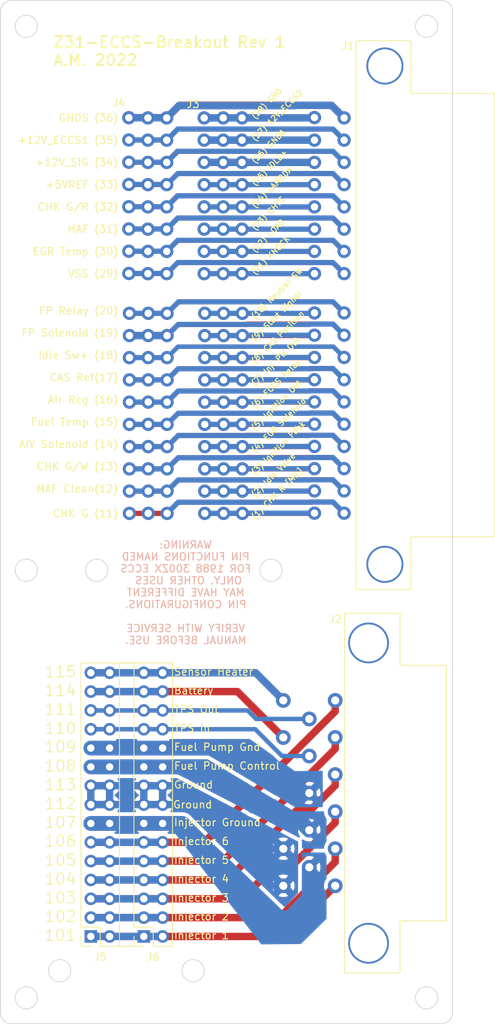
<source format=kicad_pcb>
(kicad_pcb (version 20221018) (generator pcbnew)
  (layers (0 "F.Cu" signal) (31 "B.Cu" signal) (34 "B.Paste" user) (35 "F.Paste" user) (36 "B.SilkS" user "B.Silkscreen") (37 "F.SilkS" user "F.Silkscreen") (38 "B.Mask" user) (39 "F.Mask" user) (44 "Edge.Cuts" user))
  (net 0 "")
  (net 1 "/Check_Connector_Red_(MIL)")
  (net 2 "/Idle_Control_Valve")
  (net 3 "/Ignition_Feedback")
  (net 4 "/EGR_Control_Solenoid")
  (net 5 "/ECCS_Relay")
  (net 6 "/Fuel_Injector_Pulse_Width")
  (net 7 "/CAS_Position")
  (net 8 "/+12V_Start_Signal")
  (net 9 "/Neutral{slash}Inhibitor_Switch")
  (net 10 "/Check_Connector_Green")
  (net 11 "/MAF_Burn-off")
  (net 12 "/Check_Connector_G{slash}W (Potentio?)")
  (net 13 "/AIV_Control_Solenoid")
  (net 14 "/Fuel_Temperature_Sensor")
  (net 15 "/Air_Regulator")
  (net 16 "/CAS_Reference")
  (net 17 "/Fuel_Pressure_Control_Solenoid")
  (net 18 "/Fuel_Pump_Relay")
  (net 19 "/Knock_sensor")
  (net 20 "/Load_Signal")
  (net 21 "/CH_Temperature")
  (net 22 "/O2_Sensor_Signal")
  (net 23 "/+12V_Ignition")
  (net 24 "/VSS")
  (net 25 "/EGR_Temperature")
  (net 26 "/MAF_Signal")
  (net 27 "/Check_Connector_G{slash}R")
  (net 28 "/TPS_5V_Ref")
  (net 29 "/Injector_1")
  (net 30 "/Injector_2")
  (net 31 "/Injector_3")
  (net 32 "/Injector_4")
  (net 33 "/Injector_5")
  (net 34 "/Injector_6")
  (net 35 "/Fuel_Pump")
  (net 36 "/TPS_Signal")
  (net 37 "/TPS_Out")
  (net 38 "/O2_Sensor_Heater")
  (net 39 "/Injector_GND")
  (net 40 "/Fuel_Pump_GND")
  (net 41 "/+12V_ECCS")
  (net 42 "/+12V_ECCS_Signal")
  (net 43 "/Ignition_Control")
  (net 44 "/+12V_Battery")
  (net 45 "GND")
  (net 46 "GNDA")
  (net 47 "GNDS")
  (net 48 "/Idle_Switch_Negative")
  (net 49 "/Idle_Switch_Positive")
  (net 50 "GND1")
  (footprint "Personal:Z31_ECU_Breakout_1" (layer "F.Cu") (at 125.1 71.85)
    (fp_text reference "J4")
    (fp_text value "Conn_01x16")
  )
  (footprint "Connector_PinSocket_2.54mm:PinSocket_2x15_P2.54mm_Vertical" (layer "F.Cu") (at 111.85 161.23 180)
    (fp_text reference "J6")
    (fp_text value "Conn_02x15_Odd_Even")
  )
  (footprint "Personal:Z31_ECU_Breakout_2" (layer "F.Cu") (at 125.15 104.176461)
    (fp_text reference "J3")
    (fp_text value "Conn_01x20")
  )
  (footprint "Personal:TE-172023_Reverse_Number" (layer "F.Cu") (at 138.87 77.45 90)
    (fp_text reference "J1")
    (fp_text value "Conn_01x36")
  )
  (footprint "Connector_PinSocket_2.54mm:PinSocket_2x15_P2.54mm_Vertical" (layer "F.Cu") (at 104.7 161.23 180)
    (fp_text reference "J5")
    (fp_text value "Conn_02x15_Odd_Even")
  )
  (footprint "Personal:Z31_15p_ECU" (layer "F.Cu") (at 137.67 141.9 90)
    (fp_text reference "J2")
    (fp_text value "Conn_01x15")
  )
  (gr_line (start 108.57 162.56) (end 110.52 162.56) (stroke (width 0.15)) (layer "F.SilkS"))
  (gr_line (start 108.57 124.34) (end 110.52 124.34) (stroke (width 0.15)) (layer "F.SilkS"))
  (gr_circle (center 96 111.85) (end 97.5 111.85) (stroke (width 0.1)) (fill none) (layer "Edge.Cuts"))
  (gr_arc (start 153.5 171.5) (mid 153.06066 172.56066) (end 152 173) (stroke (width 0.1)) (layer "Edge.Cuts"))
  (gr_line (start 152 173) (end 94 173) (stroke (width 0.1)) (layer "Edge.Cuts"))
  (gr_circle (center 96 38.5) (end 96 40) (stroke (width 0.1)) (fill none) (layer "Edge.Cuts"))
  (gr_line (start 153.5 36.5) (end 153.5 171.5) (stroke (width 0.1)) (layer "Edge.Cuts"))
  (gr_line (start 92.5 171.5) (end 92.5 36.5) (stroke (width 0.1)) (layer "Edge.Cuts"))
  (gr_circle (center 100.5 165.85) (end 100.5 167.35) (stroke (width 0.1)) (fill none) (layer "Edge.Cuts"))
  (gr_circle (center 129 111.85) (end 129 113.35) (stroke (width 0.1)) (fill none) (layer "Edge.Cuts"))
  (gr_circle (center 150 169.5) (end 148.5 169.5) (stroke (width 0.1)) (fill none) (layer "Edge.Cuts"))
  (gr_circle (center 150 38.5) (end 150 40) (stroke (width 0.1)) (fill none) (layer "Edge.Cuts"))
  (gr_arc (start 94 173) (mid 92.93934 172.56066) (end 92.5 171.5) (stroke (width 0.1)) (layer "Edge.Cuts"))
  (gr_circle (center 105.5 111.85) (end 105.5 113.35) (stroke (width 0.1)) (fill none) (layer "Edge.Cuts"))
  (gr_circle (center 118.5 165.85) (end 118.5 167.35) (stroke (width 0.1)) (fill none) (layer "Edge.Cuts"))
  (gr_line (start 94 35) (end 152 35) (stroke (width 0.1)) (layer "Edge.Cuts"))
  (gr_circle (center 96 169.5) (end 97.5 169.5) (stroke (width 0.1)) (fill none) (layer "Edge.Cuts"))
  (gr_arc (start 92.5 36.5) (mid 92.93934 35.43934) (end 94 35) (stroke (width 0.1)) (layer "Edge.Cuts"))
  (gr_arc (start 152 35) (mid 153.06066 35.43934) (end 153.5 36.5) (stroke (width 0.1)) (layer "Edge.Cuts"))
  (gr_text "WARNING:\nPIN FUNCTIONS NAMED\nFOR 1988 300ZX ECCS\nONLY. OTHER USES \nMAY HAVE DIFFERENT\nPIN CONFIGURATIONS.\n\nVERIFY WITH SERVICE\nMANUAL BEFORE USE.\n" (at 117.5 114.85) (layer "B.SilkS") (effects (font (size 1 1)) (justify mirror)))
  (gr_text "102" (at 100.6 158.55) (layer "F.SilkS") (effects (font (size 1.5 1.5))))
  (gr_text "MAF (31)\n" (at 108.5 65.85) (layer "F.SilkS") (effects (font (size 1 1)) (justify right)))
  (gr_text "(21) KNOCK" (at 126.5 71.85 45) (layer "F.SilkS") (effects (font (size 0.75 0.75)) (justify left)))
  (gr_text "104" (at 100.6 153.47) (layer "F.SilkS") (effects (font (size 1.5 1.5))))
  (gr_text "(7) Inj. PW Out" (at 126.49901 86.839237 45) (layer "F.SilkS") (effects (font (size 0.75 0.75)) (justify left)))
  (gr_text "Fuel Pump Gnd" (at 115.84 135.69) (layer "F.SilkS") (effects (font (size 1 1)) (justify left)))
  (gr_text "FP Relay (20)\n" (at 108.5 76.85) (layer "F.SilkS") (effects (font (size 1 1)) (justify right)))
  (gr_text "109" (at 100.599999 135.652316) (layer "F.SilkS") (effects (font (size 1.5 1.5))))
  (gr_text "TPS Out" (at 115.84 130.61) (layer "F.SilkS") (effects (font (size 1 1)) (justify left)))
  (gr_text "(8) CAS Position" (at 126.5 83.85 45) (layer "F.SilkS") (effects (font (size 0.75 0.75)) (justify left)))
  (gr_text "(25) IDLE+" (at 126.5 59.85 45) (layer "F.SilkS") (effects (font (size 0.75 0.75)) (justify left)))
  (gr_text "112" (at 100.6 143.31) (layer "F.SilkS") (effects (font (size 1.5 1.5))))
  (gr_text "114" (at 100.6 128.07) (layer "F.SilkS") (effects (font (size 1.5 1.5))))
  (gr_text "Injector 4" (at 115.84 153.47) (layer "F.SilkS") (effects (font (size 1 1)) (justify left)))
  (gr_text "Battery" (at 115.84 128.07) (layer "F.SilkS") (effects (font (size 1 1)) (justify left)))
  (gr_text "(26) GNDA" (at 126.5 56.85 45) (layer "F.SilkS") (effects (font (size 0.75 0.75)) (justify left)))
  (gr_text "CHK G/W (13)\n" (at 108.5 97.85) (layer "F.SilkS") (effects (font (size 1 1)) (justify right)))
  (gr_text "CAS Ref(17)\n" (at 108.5 85.85) (layer "F.SilkS") (effects (font (size 1 1)) (justify right)))
  (gr_text "(23) CHTS" (at 126.5 65.85 45) (layer "F.SilkS") (effects (font (size 0.75 0.75)) (justify left)))
  (gr_text "(10) Neutral SW" (at 126.5 77.85 45) (layer "F.SilkS") (effects (font (size 0.75 0.75)) (justify left)))
  (gr_text "Air Reg (16)\n" (at 108.5 88.85) (layer "F.SilkS") (effects (font (size 1 1)) (justify right)))
  (gr_text "113" (at 100.6 140.77) (layer "F.SilkS") (effects (font (size 1.5 1.5))))
  (gr_text "VSS (29)\n" (at 108.5 71.85) (layer "F.SilkS") (effects (font (size 1 1)) (justify right)))
  (gr_text "TPS In" (at 115.84 133.15) (layer "F.SilkS") (effects (font (size 1 1)) (justify left)))
  (gr_text "+12V_SIG (34)\n" (at 108.5 56.85) (layer "F.SilkS") (effects (font (size 1 1)) (justify right)))
  (gr_text "Fuel Pump Control" (at 115.84 138.23) (layer "F.SilkS") (effects (font (size 1 1)) (justify left)))
  (gr_text "Ground" (at 115.84 140.77) (layer "F.SilkS") (effects (font (size 1 1)) (justify left)))
  (gr_text "107" (at 100.6 145.85) (layer "F.SilkS") (effects (font (size 1.5 1.5))))
  (gr_text "CHK G/R (32)\n" (at 108.5 62.85) (layer "F.SilkS") (effects (font (size 1 1)) (justify right)))
  (gr_text "FP Solenoid (19)\n" (at 108.491891 79.82857) (layer "F.SilkS") (effects (font (size 1 1)) (justify right)))
  (gr_text "(5) Ignition Out" (at 126.5 92.85 45) (layer "F.SilkS") (effects (font (size 0.75 0.75)) (justify left)))
  (gr_text "111" (at 100.6 130.61) (layer "F.SilkS") (effects (font (size 1.5 1.5))))
  (gr_text "(9) Start Signal" (at 126.49901 80.839237 45) (layer "F.SilkS") (effects (font (size 0.75 0.75)) (justify left)))
  (gr_text "(22) LOAD" (at 126.5 68.85 45) (layer "F.SilkS") (effects (font (size 0.75 0.75)) (justify left)))
  (gr_text "GNDS (36)\n" (at 108.5 50.85) (layer "F.SilkS") (effects (font (size 1 1)) (justify right)))
  (gr_text "Injector 3" (at 115.84 156.01) (layer "F.SilkS") (effects (font (size 1 1)) (justify left)))
  (gr_text "(1) CHK R [MIL]" (at 126.5 104.85 45) (layer "F.SilkS") (effects (font (size 0.75 0.75)) (justify left)))
  (gr_text "Ground" (at 115.72 143.45) (layer "F.SilkS") (effects (font (size 1 1)) (justify left)))
  (gr_text "(2) Idle Valve" (at 126.5 101.85 45) (layer "F.SilkS") (effects (font (size 0.75 0.75)) (justify left)))
  (gr_text "MAF Clean(12)\n" (at 108.5 100.85) (layer "F.SilkS") (effects (font (size 1 1)) (justify right)))
  (gr_text "Idle Sw+ (18)\n" (at 108.491891 82.842788) (layer "F.SilkS") (effects (font (size 1 1)) (justify right)))
  (gr_text "105" (at 100.6 150.93) (layer "F.SilkS") (effects (font (size 1.5 1.5))))
  (gr_text "110" (at 100.6 133.15) (layer "F.SilkS") (effects (font (size 1.5 1.5))))
  (gr_text "103" (at 100.6 156.01) (layer "F.SilkS") (effects (font (size 1.5 1.5))))
  (gr_text "Fuel Temp (15)\n" (at 108.5 91.85) (layer "F.SilkS") (effects (font (size 1 1)) (justify right)))
  (gr_text "Sensor Heater" (at 115.84 125.53) (layer "F.SilkS") (effects (font (size 1 1)) (justify left)))
  (gr_text "106" (at 100.6 148.39) (layer "F.SilkS") (effects (font (size 1.5 1.5))))
  (gr_text "(3) Ignition Fdbk" (at 126.5 98.85 45) (layer "F.SilkS") (effects (font (size 0.75 0.75)) (justify left)))
  (gr_text "AIV Solenoid (14)\n" (at 108.5 94.85) (layer "F.SilkS") (effects (font (size 1 1)) (justify right)))
  (gr_text "Injector 5" (at 115.84 150.93) (layer "F.SilkS") (effects (font (size 1 1)) (justify left)))
  (gr_text "(4) EGR Solenoid" (at 126.5 95.85 45) (layer "F.SilkS") (effects (font (size 0.75 0.75)) (justify left)))
  (gr_text "+5VREF (33)\n" (at 108.5 59.85) (layer "F.SilkS") (effects (font (size 1 1)) (justify right)))
  (gr_text "115\n" (at 100.6 125.53) (layer "F.SilkS") (effects (font (size 1.5 1.5))))
  (gr_text "Injector 6" (at 115.84 148.39) (layer "F.SilkS") (effects (font (size 1 1)) (justify left)))
  (gr_text "(6) ECCS Relay" (at 126.5 89.85 45) (layer "F.SilkS") (effects (font (size 0.75 0.75)) (justify left)))
  (gr_text "EGR Temp (30)\n" (at 108.5 68.85) (layer "F.SilkS") (effects (font (size 1 1)) (justify right)))
  (gr_text "CHK G (11)\n" (at 108.5 104.2) (layer "F.SilkS") (effects (font (size 1 1)) (justify right)))
  (gr_text "(28) GND" (at 126.5 50.85 45) (layer "F.SilkS") (effects (font (size 0.75 0.75)) (justify left)))
  (gr_text "108" (at 100.6 138.23) (layer "F.SilkS") (effects (font (size 1.5 1.5))))
  (gr_text "(24) LAMBDA" (at 126.5 62.85 45) (layer "F.SilkS") (effects (font (size 0.75 0.75)) (justify left)))
  (gr_text "Injector Ground" (at 115.84 145.85) (layer "F.SilkS") (effects (font (size 1 1)) (justify left)))
  (gr_text "(27) 12V_ECCS2" (at 126.49901 53.839237 45) (layer "F.SilkS") (effects (font (size 0.75 0.75)) (justify left)))
  (gr_text "101\n" (at 100.557402 161.082895) (layer "F.SilkS") (effects (font (size 1.5 1.5))))
  (gr_text "Injector 2" (at 115.84 158.55) (layer "F.SilkS") (effects (font (size 1 1)) (justify left)))
  (gr_text "Injector 1" (at 115.84 161.09) (layer "F.SilkS") (effects (font (size 1 1)) (justify left)))
  (gr_text "Z31-ECCS-Breakout Rev 1\nA.M. 2022" (at 99.5 41.85) (layer "F.SilkS") (effects (font (size 1.5 1.5) (thickness 0.25)) (justify left)))
  (gr_text "+12V_ECCS1 (35)\n" (at 108.5 53.85) (layer "F.SilkS") (effects (font (size 1 1)) (justify right)))
  (segment (start 120.07 104.176461) (end 125.15 104.176461) (width 0.7) (layer "F.Cu") (net 1))
  (segment (start 125.15 104.176461) (end 134.843539 104.176461) (width 0.7) (layer "F.Cu") (net 1))
  (segment (start 134.843539 104.176461) (end 134.87 104.15) (width 0.35) (layer "F.Cu") (net 1))
  (segment (start 134.87 104.15) (end 125.176461 104.15) (width 0.7) (layer "B.Cu") (net 1))
  (segment (start 120.07 104.176461) (end 125.15 104.176461) (width 0.7) (layer "B.Cu") (net 1))
  (segment (start 125.176461 104.15) (end 125.15 104.176461) (width 0.7) (layer "B.Cu") (net 1))
  (segment (start 120.07 101.176461) (end 134.843539 101.176461) (width 0.7) (layer "F.Cu") (net 2))
  (segment (start 134.843539 101.176461) (end 134.87 101.15) (width 0.7) (layer "F.Cu") (net 2))
  (segment (start 120.07 101.176461) (end 134.843539 101.176461) (width 0.7) (layer "B.Cu") (net 2))
  (segment (start 134.843539 101.176461) (end 134.87 101.15) (width 0.7) (layer "B.Cu") (net 2))
  (segment (start 120.07 98.176461) (end 125.15 98.176461) (width 0.7) (layer "F.Cu") (net 3))
  (segment (start 125.15 98.176461) (end 134.843539 98.176461) (width 0.7) (layer "F.Cu") (net 3))
  (segment (start 134.843539 98.176461) (end 134.87 98.15) (width 0.35) (layer "F.Cu") (net 3))
  (segment (start 120.07 98.176461) (end 125.15 98.176461) (width 0.7) (layer "B.Cu") (net 3))
  (segment (start 125.176461 98.15) (end 125.15 98.176461) (width 0.7) (layer "B.Cu") (net 3))
  (segment (start 134.87 98.15) (end 125.176461 98.15) (width 0.7) (layer "B.Cu") (net 3))
  (segment (start 120.07 95.176461) (end 134.843539 95.176461) (width 0.7) (layer "F.Cu") (net 4))
  (segment (start 134.843539 95.176461) (end 134.87 95.15) (width 0.7) (layer "F.Cu") (net 4))
  (segment (start 125.176461 95.15) (end 125.15 95.176461) (width 0.7) (layer "B.Cu") (net 4))
  (segment (start 134.87 95.15) (end 125.176461 95.15) (width 0.7) (layer "B.Cu") (net 4))
  (segment (start 120.07 95.176461) (end 125.15 95.176461) (width 0.7) (layer "B.Cu") (net 4))
  (segment (start 134.843539 89.176461) (end 134.87 89.15) (width 0.35) (layer "F.Cu") (net 5))
  (segment (start 120.07 89.176461) (end 134.843539 89.176461) (width 0.7) (layer "F.Cu") (net 5))
  (segment (start 120.07 89.176461) (end 125.15 89.176461) (width 0.7) (layer "B.Cu") (net 5))
  (segment (start 125.176461 89.15) (end 125.15 89.176461) (width 0.7) (layer "B.Cu") (net 5))
  (segment (start 134.87 89.15) (end 125.176461 89.15) (width 0.7) (layer "B.Cu") (net 5))
  (segment (start 134.843539 86.176461) (end 134.87 86.15) (width 0.7) (layer "F.Cu") (net 6))
  (segment (start 120.07 86.176461) (end 134.843539 86.176461) (width 0.7) (layer "F.Cu") (net 6))
  (segment (start 120.096461 86.15) (end 120.07 86.176461) (width 0.35) (layer "F.Cu") (net 6))
  (segment (start 134.87 86.15) (end 125.176461 86.15) (width 0.7) (layer "B.Cu") (net 6))
  (segment (start 125.176461 86.15) (end 125.15 86.176461) (width 0.7) (layer "B.Cu") (net 6))
  (segment (start 120.07 86.176461) (end 125.15 86.176461) (width 0.7) (layer "B.Cu") (net 6))
  (segment (start 120.07 83.176461) (end 134.843539 83.176461) (width 0.7) (layer "F.Cu") (net 7))
  (segment (start 134.843539 83.176461) (end 134.87 83.15) (width 0.35) (layer "F.Cu") (net 7))
  (segment (start 120.07 83.176461) (end 125.15 83.176461) (width 0.7) (layer "B.Cu") (net 7))
  (segment (start 125.176461 83.15) (end 125.15 83.176461) (width 0.7) (layer "B.Cu") (net 7))
  (segment (start 134.87 83.15) (end 125.176461 83.15) (width 0.7) (layer "B.Cu") (net 7))
  (segment (start 120.07 80.2) (end 134.82 80.2) (width 0.7) (layer "F.Cu") (net 8))
  (segment (start 120.12 80.15) (end 120.07 80.2) (width 0.35) (layer "F.Cu") (net 8))
  (segment (start 134.82 80.2) (end 134.87 80.15) (width 0.7) (layer "F.Cu") (net 8))
  (segment (start 120.07 80.2) (end 125.15 80.2) (width 0.7) (layer "B.Cu") (net 8))
  (segment (start 134.87 80.15) (end 125.2 80.15) (width 0.7) (layer "B.Cu") (net 8))
  (segment (start 125.2 80.15) (end 125.15 80.2) (width 0.7) (layer "B.Cu") (net 8))
  (segment (start 134.82 77.2) (end 134.87 77.15) (width 0.7) (layer "F.Cu") (net 9))
  (segment (start 120.12 77.15) (end 120.07 77.2) (width 0.35) (layer "F.Cu") (net 9))
  (segment (start 120.07 77.2) (end 134.82 77.2) (width 0.7) (layer "F.Cu") (net 9))
  (segment (start 134.82 77.2) (end 134.87 77.15) (width 0.7) (layer "B.Cu") (net 9))
  (segment (start 120.07 77.2) (end 134.82 77.2) (width 0.7) (layer "B.Cu") (net 9))
  (segment (start 134.52305 102.67695) (end 134.55 102.65) (width 0.7) (layer "F.Cu") (net 10))
  (segment (start 116.489511 102.67695) (end 134.52305 102.67695) (width 0.7) (layer "F.Cu") (net 10))
  (segment (start 134.55 102.65) (end 137.37 102.65) (width 0.7) (layer "F.Cu") (net 10))
  (segment (start 109.91 104.176461) (end 114.99 104.176461) (width 0.7) (layer "F.Cu") (net 10))
  (segment (start 137.37 102.65) (end 138.87 104.15) (width 0.7) (layer "F.Cu") (net 10))
  (segment (start 114.99 104.176461) (end 116.489511 102.67695) (width 0.7) (layer "F.Cu") (net 10))
  (segment (start 134.22242 102.67695) (end 134.248881 102.650489) (width 0.7) (layer "B.Cu") (net 10))
  (segment (start 137.370489 102.650489) (end 138.87 104.15) (width 0.7) (layer "B.Cu") (net 10))
  (segment (start 116.489511 102.67695) (end 134.22242 102.67695) (width 0.7) (layer "B.Cu") (net 10))
  (segment (start 134.248881 102.650489) (end 137.370489 102.650489) (width 0.7) (layer "B.Cu") (net 10))
  (segment (start 114.99 104.176461) (end 116.489511 102.67695) (width 0.7) (layer "B.Cu") (net 10))
  (segment (start 116.489511 99.67695) (end 114.99 101.176461) (width 0.7) (layer "F.Cu") (net 11))
  (segment (start 125.72305 99.67695) (end 116.489511 99.67695) (width 0.7) (layer "F.Cu") (net 11))
  (segment (start 125.749511 99.650489) (end 125.72305 99.67695) (width 0.7) (layer "F.Cu") (net 11))
  (segment (start 138.87 101.15) (end 137.370489 99.650489) (width 0.7) (layer "F.Cu") (net 11))
  (segment (start 109.91 101.176461) (end 114.99 101.176461) (width 0.7) (layer "F.Cu") (net 11))
  (segment (start 137.370489 99.650489) (end 125.749511 99.650489) (width 0.7) (layer "F.Cu") (net 11))
  (segment (start 116.489511 99.67695) (end 134.22242 99.67695) (width 0.7) (layer "B.Cu") (net 11))
  (segment (start 137.370489 99.650489) (end 138.87 101.15) (width 0.7) (layer "B.Cu") (net 11))
  (segment (start 134.248881 99.650489) (end 137.370489 99.650489) (width 0.7) (layer "B.Cu") (net 11))
  (segment (start 114.99 101.176461) (end 109.91 101.176461) (width 0.7) (layer "B.Cu") (net 11))
  (segment (start 134.22242 99.67695) (end 134.248881 99.650489) (width 0.7) (layer "B.Cu") (net 11))
  (segment (start 114.99 101.176461) (end 116.489511 99.67695) (width 0.7) (layer "B.Cu") (net 11))
  (segment (start 109.91 98.176461) (end 114.99 98.176461) (width 0.7) (layer "F.Cu") (net 12))
  (segment (start 125.797091 96.65) (end 137.37 96.65) (width 0.7) (layer "F.Cu") (net 12))
  (segment (start 137.37 96.65) (end 138.87 98.15) (width 0.7) (layer "F.Cu") (net 12))
  (segment (start 116.489511 96.67695) (end 125.770141 96.67695) (width 0.7) (layer "F.Cu") (net 12))
  (segment (start 114.99 98.176461) (end 116.489511 96.67695) (width 0.7) (layer "F.Cu") (net 12))
  (segment (start 125.770141 96.67695) (end 125.797091 96.65) (width 0.7) (layer "F.Cu") (net 12))
  (segment (start 134.248881 96.650489) (end 137.370489 96.650489) (width 0.7) (layer "B.Cu") (net 12))
  (segment (start 116.489511 96.67695) (end 134.22242 96.67695) (width 0.7) (layer "B.Cu") (net 12))
  (segment (start 114.99 98.176461) (end 116.489511 96.67695) (width 0.7) (layer "B.Cu") (net 12))
  (segment (start 134.22242 96.67695) (end 134.248881 96.650489) (width 0.7) (layer "B.Cu") (net 12))
  (segment (start 137.370489 96.650489) (end 138.87 98.15) (width 0.7) (layer "B.Cu") (net 12))
  (segment (start 109.91 98.176461) (end 114.99 98.176461) (width 0.7) (layer "B.Cu") (net 12))
  (segment (start 125.67305 93.67695) (end 116.489511 93.67695) (width 0.7) (layer "F.Cu") (net 13))
  (segment (start 116.489511 93.67695) (end 114.99 95.176461) (width 0.7) (layer "F.Cu") (net 13))
  (segment (start 137.370489 93.650489) (end 125.699511 93.650489) (width 0.7) (layer "F.Cu") (net 13))
  (segment (start 109.91 95.176461) (end 114.99 95.176461) (width 0.7) (layer "F.Cu") (net 13))
  (segment (start 125.699511 93.650489) (end 125.67305 93.67695) (width 0.7) (layer "F.Cu") (net 13))
  (segment (start 138.87 95.15) (end 137.370489 93.650489) (width 0.7) (layer "F.Cu") (net 13))
  (segment (start 116.489511 93.67695) (end 134.22242 93.67695) (width 0.7) (layer "B.Cu") (net 13))
  (segment (start 134.248881 93.650489) (end 137.370489 93.650489) (width 0.7) (layer "B.Cu") (net 13))
  (segment (start 114.99 95.176461) (end 116.489511 93.67695) (width 0.7) (layer "B.Cu") (net 13))
  (segment (start 134.22242 93.67695) (end 134.248881 93.650489) (width 0.7) (layer "B.Cu") (net 13))
  (segment (start 137.370489 93.650489) (end 138.87 95.15) (width 0.7) (layer "B.Cu") (net 13))
  (segment (start 109.91 95.176461) (end 114.99 95.176461) (width 0.7) (layer "B.Cu") (net 13))
  (segment (start 116.489511 90.67695) (end 134.22242 90.67695) (width 0.7) (layer "F.Cu") (net 14))
  (segment (start 134.248881 90.650489) (end 137.370489 90.650489) (width 0.7) (layer "F.Cu") (net 14))
  (segment (start 134.22242 90.67695) (end 134.248881 90.650489) (width 0.7) (layer "F.Cu") (net 14))
  (segment (start 109.91 92.176461) (end 114.99 92.176461) (width 0.7) (layer "F.Cu") (net 14))
  (segment (start 114.99 92.176461) (end 116.489511 90.67695) (width 0.7) (layer "F.Cu") (net 14))
  (segment (start 137.370489 90.650489) (end 138.87 92.15) (width 0.7) (layer "F.Cu") (net 14))
  (segment (start 137.370489 90.650489) (end 138.87 92.15) (width 0.7) (layer "B.Cu") (net 14))
  (segment (start 114.99 92.176461) (end 116.489511 90.67695) (width 0.7) (layer "B.Cu") (net 14))
  (segment (start 134.22242 90.67695) (end 134.248881 90.650489) (width 0.7) (layer "B.Cu") (net 14))
  (segment (start 116.489511 90.67695) (end 134.22242 90.67695) (width 0.7) (layer "B.Cu") (net 14))
  (segment (start 109.91 92.176461) (end 114.99 92.176461) (width 0.7) (layer "B.Cu") (net 14))
  (segment (start 134.248881 90.650489) (end 137.370489 90.650489) (width 0.7) (layer "B.Cu") (net 14))
  (segment (start 134.22242 87.67695) (end 134.248881 87.650489) (width 0.7) (layer "F.Cu") (net 15))
  (segment (start 109.91 89.176461) (end 114.99 89.176461) (width 0.7) (layer "F.Cu") (net 15))
  (segment (start 114.99 89.176461) (end 116.489511 87.67695) (width 0.7) (layer "F.Cu") (net 15))
  (segment (start 134.248881 87.650489) (end 137.370489 87.650489) (width 0.7) (layer "F.Cu") (net 15))
  (segment (start 116.489511 87.67695) (end 134.22242 87.67695) (width 0.7) (layer "F.Cu") (net 15))
  (segment (start 137.370489 87.650489) (end 138.87 89.15) (width 0.7) (layer "F.Cu") (net 15))
  (segment (start 109.91 89.176461) (end 114.99 89.176461) (width 0.7) (layer "B.Cu") (net 15))
  (segment (start 137.370489 87.650489) (end 138.87 89.15) (width 0.7) (layer "B.Cu") (net 15))
  (segment (start 134.248881 87.650489) (end 137.370489 87.650489) (width 0.7) (layer "B.Cu") (net 15))
  (segment (start 116.489511 87.67695) (end 134.22242 87.67695) (width 0.7) (layer "B.Cu") (net 15))
  (segment (start 114.99 89.176461) (end 116.489511 87.67695) (width 0.7) (layer "B.Cu") (net 15))
  (segment (start 134.22242 87.67695) (end 134.248881 87.650489) (width 0.7) (layer "B.Cu") (net 15))
  (segment (start 116.489511 84.67695) (end 134.573539 84.67695) (width 0.7) (layer "F.Cu") (net 16))
  (segment (start 114.99 86.176461) (end 116.489511 84.67695) (width 0.7) (layer "F.Cu") (net 16))
  (segment (start 134.573539 84.67695) (end 134.600489 84.65) (width 0.7) (layer "F.Cu") (net 16))
  (segment (start 109.91 86.176461) (end 114.99 86.176461) (width 0.7) (layer "F.Cu") (net 16))
  (segment (start 134.600489 84.65) (end 137.37 84.65) (width 0.7) (layer "F.Cu") (net 16))
  (segment (start 137.37 84.65) (end 138.87 86.15) (width 0.7) (layer "F.Cu") (net 16))
  (segment (start 114.99 86.176461) (end 116.489511 84.67695) (width 0.7) (layer "B.Cu") (net 16))
  (segment (start 134.248881 84.650489) (end 137.370489 84.650489) (width 0.7) (layer "B.Cu") (net 16))
  (segment (start 137.370489 84.650489) (end 138.87 86.15) (width 0.7) (layer "B.Cu") (net 16))
  (segment (start 116.489511 84.67695) (end 134.22242 84.67695) (width 0.7) (layer "B.Cu") (net 16))
  (segment (start 134.22242 84.67695) (end 134.248881 84.650489) (width 0.7) (layer "B.Cu") (net 16))
  (segment (start 109.91 86.176461) (end 114.99 86.176461) (width 0.7) (layer "B.Cu") (net 16))
  (segment (start 125.821119 78.650489) (end 125.771119 78.700489) (width 0.7) (layer "F.Cu") (net 17))
  (segment (start 116.489511 78.700489) (end 114.99 80.2) (width 0.7) (layer "F.Cu") (net 17))
  (segment (start 109.91 80.2) (end 114.99 80.2) (width 1) (layer "F.Cu") (net 17))
  (segment (start 137.370489 78.650489) (end 125.821119 78.650489) (width 0.7) (layer "F.Cu") (net 17))
  (segment (start 138.87 80.15) (end 137.370489 78.650489) (width 0.7) (layer "F.Cu") (net 17))
  (segment (start 125.771119 78.700489) (end 116.489511 78.700489) (width 0.7) (layer "F.Cu") (net 17))
  (segment (start 116.489511 78.700489) (end 134.198881 78.700489) (width 0.7) (layer "B.Cu") (net 17))
  (segment (start 137.370489 78.650489) (end 138.87 80.15) (width 0.7) (layer "B.Cu") (net 17))
  (segment (start 134.198881 78.700489) (end 134.248881 78.650489) (width 0.7) (layer "B.Cu") (net 17))
  (segment (start 134.248881 78.650489) (end 137.370489 78.650489) (width 0.7) (layer "B.Cu") (net 17))
  (segment (start 114.99 80.2) (end 116.489511 78.700489) (width 0.7) (layer "B.Cu") (net 17))
  (segment (start 109.91 80.2) (end 114.99 80.2) (width 1) (layer "B.Cu") (net 17))
  (segment (start 116.539511 75.650489) (end 114.99 77.2) (width 0.7) (layer "F.Cu") (net 18))
  (segment (start 138.87 77.15) (end 137.370489 75.650489) (width 0.7) (layer "F.Cu") (net 18))
  (segment (start 114.99 77.2) (end 109.91 77.2) (width 0.7) (layer "F.Cu") (net 18))
  (segment (start 137.370489 75.650489) (end 116.539511 75.650489) (width 0.7) (layer "F.Cu") (net 18))
  (segment (start 114.99 77.2) (end 116.539511 75.650489) (width 0.7) (layer "B.Cu") (net 18))
  (segment (start 116.539511 75.650489) (end 137.370489 75.650489) (width 0.7) (layer "B.Cu") (net 18))
  (segment (start 109.91 77.2) (end 114.99 77.2) (width 0.7) (layer "B.Cu") (net 18))
  (segment (start 137.370489 75.650489) (end 138.87 77.15) (width 0.7) (layer "B.Cu") (net 18))
  (segment (start 119.992921 71.85) (end 134.87 71.85) (width 0.7) (layer "F.Cu") (net 19))
  (segment (start 119.992921 71.85) (end 134.87 71.85) (width 0.7) (layer "B.Cu") (net 19))
  (segment (start 119.992921 68.85) (end 134.87 68.85) (width 0.7) (layer "F.Cu") (net 20))
  (segment (start 119.992921 68.85) (end 134.87 68.85) (width 0.7) (layer "B.Cu") (net 20))
  (segment (start 119.992921 65.85) (end 134.87 65.85) (width 0.7) (layer "F.Cu") (net 21))
  (segment (start 119.992921 65.85) (end 134.87 65.85) (width 0.7) (layer "B.Cu") (net 21))
  (segment (start 119.992921 62.85) (end 134.87 62.85) (width 0.7) (layer "F.Cu") (net 22))
  (segment (start 119.992921 62.85) (end 134.87 62.85) (width 0.7) (layer "B.Cu") (net 22))
  (segment (start 116.392433 55.350489) (end 137.370489 55.350489) (width 0.7) (layer "F.Cu") (net 23))
  (segment (start 114.916461 56.826461) (end 116.392433 55.350489) (width 0.7) (layer "F.Cu") (net 23))
  (segment (start 137.370489 55.350489) (end 138.87 56.85) (width 0.7) (layer "F.Cu") (net 23))
  (segment (start 109.829381 56.826461) (end 114.916461 56.826461) (width 0.7) (layer "F.Cu") (net 23))
  (segment (start 114.916461 56.826461) (end 114.94 56.85) (width 0.35) (layer "F.Cu") (net 23))
  (segment (start 137.370489 55.350489) (end 138.87 56.85) (width 0.7) (layer "B.Cu") (net 23))
  (segment (start 114.94 56.85) (end 116.439511 55.350489) (width 0.7) (layer "B.Cu") (net 23))
  (segment (start 114.916461 56.826461) (end 114.94 56.85) (width 0.35) (layer "B.Cu") (net 23))
  (segment (start 109.829381 56.826461) (end 114.916461 56.826461) (width 0.7) (layer "B.Cu") (net 23))
  (segment (start 116.439511 55.350489) (end 137.370489 55.350489) (width 0.7) (layer "B.Cu") (net 23))
  (segment (start 116.439511 70.350489) (end 114.94 71.85) (width 0.7) (layer "F.Cu") (net 24))
  (segment (start 138.87 71.85) (end 137.370489 70.350489) (width 0.7) (layer "F.Cu") (net 24))
  (segment (start 109.85292 71.85) (end 109.829381 71.826461) (width 0.35) (layer "F.Cu") (net 24))
  (segment (start 114.916461 71.826461) (end 114.94 71.85) (width 0.7) (layer "F.Cu") (net 24))
  (segment (start 137.370489 70.350489) (end 116.439511 70.350489) (width 0.7) (layer "F.Cu") (net 24))
  (segment (start 109.829381 71.826461) (end 114.916461 71.826461) (width 0.7) (layer "F.Cu") (net 24))
  (segment (start 137.370489 70.350489) (end 138.87 71.85) (width 0.7) (layer "B.Cu") (net 24))
  (segment (start 114.916461 71.826461) (end 114.94 71.85) (width 0.7) (layer "B.Cu") (net 24))
  (segment (start 109.829381 71.826461) (end 114.916461 71.826461) (width 0.7) (layer "B.Cu") (net 24))
  (segment (start 114.94 71.85) (end 116.439511 70.350489) (width 0.7) (layer "B.Cu") (net 24))
  (segment (start 116.439511 70.350489) (end 137.370489 70.350489) (width 0.7) (layer "B.Cu") (net 24))
  (segment (start 109.85292 71.85) (end 109.829381 71.826461) (width 0.35) (layer "B.Cu") (net 24))
  (segment (start 114.94 68.85) (end 116.439511 67.350489) (width 0.7) (layer "F.Cu") (net 25))
  (segment (start 114.916461 68.826461) (end 114.94 68.85) (width 0.7) (layer "F.Cu") (net 25))
  (segment (start 109.85292 68.85) (end 109.829381 68.826461) (width 0.35) (layer "F.Cu") (net 25))
  (segment (start 109.829381 68.826461) (end 114.916461 68.826461) (width 0.7) (layer "F.Cu") (net 25))
  (segment (start 116.439511 67.350489) (end 137.370489 67.350489) (width 0.7) (layer "F.Cu") (net 25))
  (segment (start 137.370489 67.350489) (end 138.87 68.85) (width 0.7) (layer "F.Cu") (net 25))
  (segment (start 114.94 68.85) (end 116.439511 67.350489) (width 0.7) (layer "B.Cu") (net 25))
  (segment (start 116.439511 67.350489) (end 137.370489 67.350489) (width 0.7) (layer "B.Cu") (net 25))
  (segment (start 137.370489 67.350489) (end 138.87 68.85) (width 0.7) (layer "B.Cu") (net 25))
  (segment (start 109.85292 68.85) (end 109.829381 68.826461) (width 0.35) (layer "B.Cu") (net 25))
  (segment (start 109.829381 68.826461) (end 114.916461 68.826461) (width 0.7) (layer "B.Cu") (net 25))
  (segment (start 114.916461 68.826461) (end 114.94 68.85) (width 0.7) (layer "B.Cu") (net 25))
  (segment (start 109.85292 65.85) (end 109.829381 65.826461) (width 0.35) (layer "F.Cu") (net 26))
  (segment (start 138.87 65.85) (end 137.370489 64.350489) (width 0.7) (layer "F.Cu") (net 26))
  (segment (start 114.916461 65.826461) (end 114.94 65.85) (width 0.7) (layer "F.Cu") (net 26))
  (segment (start 116.439511 64.350489) (end 114.94 65.85) (width 0.7) (layer "F.Cu") (net 26))
  (segment (start 109.829381 65.826461) (end 114.916461 65.826461) (width 0.7) (layer "F.Cu") (net 26))
  (segment (start 137.370489 64.350489) (end 116.439511 64.350489) (width 0.7) (layer "F.Cu") (net 26))
  (segment (start 114.94 65.85) (end 116.439511 64.350489) (width 0.7) (layer "B.Cu") (net 26))
  (segment (start 114.916461 65.826461) (end 114.94 65.85) (width 0.35) (layer "B.Cu") (net 26))
  (segment (start 137.370489 64.350489) (end 138.87 65.85) (width 0.7) (layer "B.Cu") (net 26))
  (segment (start 109.829381 65.826461) (end 114.916461 65.826461) (width 0.7) (layer "B.Cu") (net 26))
  (segment (start 116.439511 64.350489) (end 137.370489 64.350489) (width 0.7) (layer "B.Cu") (net 26))
  (segment (start 109.829381 62.826461) (end 114.916461 62.826461) (width 0.7) (layer "F.Cu") (net 27))
  (segment (start 114.916461 62.826461) (end 114.94 62.85) (width 0.35) (layer "F.Cu") (net 27))
  (segment (start 116.392433 61.350489) (end 137.370489 61.350489) (width 0.7) (layer "F.Cu") (net 27))
  (segment (start 137.370489 61.350489) (end 138.87 62.85) (width 0.7) (layer "F.Cu") (net 27))
  (segment (start 114.916461 62.826461) (end 116.392433 61.350489) (width 0.7) (layer "F.Cu") (net 27))
  (segment (start 116.439511 61.350489) (end 137.370489 61.350489) (width 0.7) (layer "B.Cu") (net 27))
  (segment (start 137.370489 61.350489) (end 138.87 62.85) (width 0.7) (layer "B.Cu") (net 27))
  (segment (start 114.94 62.85) (end 116.439511 61.350489) (width 0.7) (layer "B.Cu") (net 27))
  (segment (start 109.829381 62.826461) (end 114.916461 62.826461) (width 0.7) (layer "B.Cu") (net 27))
  (segment (start 114.916461 62.826461) (end 114.94 62.85) (width 0.35) (layer "B.Cu") (net 27))
  (segment (start 114.916461 59.826461) (end 114.94 59.85) (width 0.35) (layer "F.Cu") (net 28))
  (segment (start 116.439511 58.350489) (end 114.94 59.85) (width 0.7) (layer "F.Cu") (net 28))
  (segment (start 109.829381 59.826461) (end 114.916461 59.826461) (width 0.7) (layer "F.Cu") (net 28))
  (segment (start 138.87 59.85) (end 137.370489 58.350489) (width 0.7) (layer "F.Cu") (net 28))
  (segment (start 137.370489 58.350489) (end 116.439511 58.350489) (width 0.7) (layer "F.Cu") (net 28))
  (segment (start 116.439511 58.350489) (end 137.370489 58.350489) (width 0.7) (layer "B.Cu") (net 28))
  (segment (start 114.916461 59.826461) (end 114.94 59.85) (width 0.35) (layer "B.Cu") (net 28))
  (segment (start 114.94 59.85) (end 116.439511 58.350489) (width 0.7) (layer "B.Cu") (net 28))
  (segment (start 137.370489 58.350489) (end 138.87 59.85) (width 0.7) (layer "B.Cu") (net 28))
  (segment (start 109.829381 59.826461) (end 114.916461 59.826461) (width 0.7) (layer "B.Cu") (net 28))
  (segment (start 113.52 161.23) (end 114.39 161.23) (width 1) (layer "F.Cu") (net 29))
  (segment (start 104.7 161.23) (end 113.52 161.23) (width 1) (layer "F.Cu") (net 29))
  (segment (start 113.54 161.25) (end 113.52 161.23) (width 1) (layer "F.Cu") (net 29))
  (segment (start 114.39 161.23) (end 130.84 161.23) (width 1) (layer "F.Cu") (net 29))
  (segment (start 130.84 161.23) (end 137.67 154.4) (width 1) (layer "F.Cu") (net 29))
  (segment (start 104.7 161.23) (end 114.39 161.23) (width 1) (layer "B.Cu") (net 29))
  (segment (start 137.67 151.18) (end 130.16 158.69) (width 1) (layer "F.Cu") (net 30))
  (segment (start 137.67 149.4) (end 137.67 151.18) (width 1) (layer "F.Cu") (net 30))
  (segment (start 104.7 158.69) (end 114.39 158.69) (width 1) (layer "F.Cu") (net 30))
  (segment (start 130.16 158.69) (end 114.39 158.69) (width 1) (layer "F.Cu") (net 30))
  (segment (start 104.7 158.69) (end 114.39 158.69) (width 1) (layer "B.Cu") (net 30))
  (segment (start 125.1 156.15) (end 114.39 156.15) (width 1) (layer "F.Cu") (net 31))
  (segment (start 137.67 144.4) (end 137.67 145.874183) (width 1) (layer "F.Cu") (net 31))
  (segment (start 137.67 145.874183) (end 131.594183 151.95) (width 1) (layer "F.Cu") (net 31))
  (segment (start 131.594183 151.95) (end 129.3 151.95) (width 1) (layer "F.Cu") (net 31))
  (segment (start 104.7 156.15) (end 114.39 156.15) (width 1) (layer "F.Cu") (net 31))
  (segment (start 129.3 151.95) (end 125.1 156.15) (width 1) (layer "F.Cu") (net 31))
  (segment (start 104.7 156.15) (end 114.39 156.15) (width 1) (layer "B.Cu") (net 31))
  (segment (start 132.402909 144.297091) (end 134.247091 144.297091) (width 1) (layer "F.Cu") (net 32))
  (segment (start 114.39 153.61) (end 123.09 153.61) (width 1) (layer "F.Cu") (net 32))
  (segment (start 123.09 153.61) (end 132.402909 144.297091) (width 1) (layer "F.Cu") (net 32))
  (segment (start 104.7 153.61) (end 114.39 153.61) (width 1) (layer "F.Cu") (net 32))
  (segment (start 137.67 140.874183) (end 137.67 139.4) (width 1) (layer "F.Cu") (net 32))
  (segment (start 134.247091 144.297091) (end 137.67 140.874183) (width 1) (layer "F.Cu") (net 32))
  (segment (start 104.7 153.61) (end 114.39 153.61) (width 1) (layer "B.Cu") (net 32))
  (segment (start 104.7 151.07) (end 114.39 151.07) (width 1) (layer "F.Cu") (net 33))
  (segment (start 122.525818 151.07) (end 137.67 135.925817) (width 1) (layer "F.Cu") (net 33))
  (segment (start 114.39 151.07) (end 122.525818 151.07) (width 1) (layer "F.Cu") (net 33))
  (segment (start 137.67 135.925817) (end 137.67 134.4) (width 1) (layer "F.Cu") (net 33))
  (segment (start 104.7 151.07) (end 114.39 151.07) (width 1) (layer "B.Cu") (net 33))
  (segment (start 104.7 148.53) (end 114.39 148.53) (width 1) (layer "F.Cu") (net 34))
  (segment (start 120.014183 148.53) (end 114.39 148.53) (width 1) (layer "F.Cu") (net 34))
  (segment (start 137.67 129.4) (end 137.67 130.874183) (width 1) (layer "F.Cu") (net 34))
  (segment (start 137.67 130.874183) (end 120.014183 148.53) (width 1) (layer "F.Cu") (net 34))
  (segment (start 104.7 148.53) (end 114.39 148.53) (width 1) (layer "B.Cu") (net 34))
  (segment (start 124.35 141.35) (end 122.75 141.35) (width 2) (layer "B.Cu") (net 35))
  (segment (start 126.65 143.65) (end 124.35 141.35) (width 2) (layer "B.Cu") (net 35))
  (segment (start 104.7 138.37) (end 114.39 138.37) (width 2) (layer "B.Cu") (net 35))
  (segment (start 122.75 141.35) (end 119.77 138.37) (width 2) (layer "B.Cu") (net 35))
  (segment (start 132.82 145.55) (end 131.05 145.55) (width 2) (layer "B.Cu") (net 35))
  (segment (start 134.17 146.9) (end 132.82 145.55) (width 2) (layer "B.Cu") (net 35))
  (segment (start 131.05 145.55) (end 129.15 143.65) (width 2) (layer "B.Cu") (net 35))
  (segment (start 119.77 138.37) (end 114.39 138.37) (width 2) (layer "B.Cu") (net 35))
  (segment (start 129.15 143.65) (end 126.65 143.65) (width 2) (layer "B.Cu") (net 35))
  (segment (start 104.7 133.29) (end 114.39 133.29) (width 0.6) (layer "F.Cu") (net 36))
  (segment (start 104.7 133.29) (end 114.39 133.29) (width 0.6) (layer "B.Cu") (net 36))
  (segment (start 126.89 133.29) (end 114.39 133.29) (width 0.6) (layer "B.Cu") (net 36))
  (segment (start 130.5 136.9) (end 126.89 133.29) (width 0.6) (layer "B.Cu") (net 36))
  (segment (start 134.17 136.9) (end 130.5 136.9) (width 0.6) (layer "B.Cu") (net 36))
  (segment (start 104.7 130.75) (end 114.39 130.75) (width 0.6) (layer "F.Cu") (net 37))
  (segment (start 104.7 130.75) (end 114.39 130.75) (width 0.6) (layer "B.Cu") (net 37))
  (segment (start 125.85 130.75) (end 127 131.9) (width 0.6) (layer "B.Cu") (net 37))
  (segment (start 114.39 130.75) (end 125.85 130.75) (width 0.6) (layer "B.Cu") (net 37))
  (segment (start 127 131.9) (end 134.17 131.9) (width 0.6) (layer "B.Cu") (net 37))
  (segment (start 104.7 125.67) (end 114.39 125.67) (width 1) (layer "F.Cu") (net 38))
  (segment (start 126.94 125.67) (end 114.39 125.67) (width 1) (layer "F.Cu") (net 38))
  (segment (start 130.67 129.4) (end 126.94 125.67) (width 1) (layer "F.Cu") (net 38))
  (segment (start 126.94 125.67) (end 130.67 129.4) (width 1) (layer "B.Cu") (net 38))
  (segment (start 104.7 125.67) (end 114.39 125.67) (width 1) (layer "B.Cu") (net 38))
  (segment (start 114.39 125.67) (end 126.94 125.67) (width 1) (layer "B.Cu") (net 38))
  (segment (start 114.39 145.99) (end 104.7 145.99) (width 2) (layer "F.Cu") (net 39))
  (segment (start 132.15 160.9) (end 130.5 160.9) (width 2) (layer "B.Cu") (net 39))
  (segment (start 134.17 158.88) (end 132.15 160.9) (width 2) (layer "B.Cu") (net 39))
  (segment (start 104.7 145.99) (end 114.39 145.99) (width 2) (layer "B.Cu") (net 39))
  (segment (start 117.04 145.99) (end 114.39 145.99) (width 2) (layer "B.Cu") (net 39))
  (segment (start 134.17 151.9) (end 134.17 158.88) (width 2) (layer "B.Cu") (net 39))
  (segment (start 121.7 152.1) (end 121.7 150.65) (width 2) (layer "B.Cu") (net 39))
  (segment (start 121.7 150.65) (end 117.04 145.99) (width 2) (layer "B.Cu") (net 39))
  (segment (start 130.5 160.9) (end 121.7 152.1) (width 2) (layer "B.Cu") (net 39))
  (segment (start 130.1 141.25) (end 131.701302 141.25) (width 2) (layer "B.Cu") (net 40))
  (segment (start 114.39 135.83) (end 122.38 135.83) (width 2) (layer "B.Cu") (net 40))
  (segment (start 124.6 138.05) (end 126.9 138.05) (width 2) (layer "B.Cu") (net 40))
  (segment (start 132.351302 141.9) (end 134.17 141.9) (width 2) (layer "B.Cu") (net 40))
  (segment (start 122.38 135.83) (end 124.6 138.05) (width 2) (layer "B.Cu") (net 40))
  (segment (start 104.7 135.83) (end 114.39 135.83) (width 2) (layer "B.Cu") (net 40))
  (segment (start 126.9 138.05) (end 130.1 141.25) (width 2) (layer "B.Cu") (net 40))
  (segment (start 131.701302 141.25) (end 132.351302 141.9) (width 2) (layer "B.Cu") (net 40))
  (segment (start 134.87 53.85) (end 119.992921 53.85) (width 1) (layer "F.Cu") (net 41))
  (segment (start 125.1 53.85) (end 134.87 53.85) (width 1) (layer "B.Cu") (net 41))
  (segment (start 119.992921 53.85) (end 125.1 53.85) (width 1) (layer "B.Cu") (net 41))
  (segment (start 137.370489 52.350489) (end 116.439511 52.350489) (width 0.7) (layer "F.Cu") (net 42))
  (segment (start 109.829381 53.826461) (end 114.916461 53.826461) (width 0.7) (layer "F.Cu") (net 42))
  (segment (start 116.439511 52.350489) (end 114.94 53.85) (width 0.7) (layer "F.Cu") (net 42))
  (segment (start 114.916461 53.826461) (end 114.94 53.85) (width 0.7) (layer "F.Cu") (net 42))
  (segment (start 109.85292 53.85) (end 109.829381 53.826461) (width 0.35) (layer "F.Cu") (net 42))
  (segment (start 138.87 53.85) (end 137.370489 52.350489) (width 0.7) (layer "F.Cu") (net 42))
  (segment (start 137.370489 52.350489) (end 138.87 53.85) (width 0.7) (layer "B.Cu") (net 42))
  (segment (start 116.439511 52.350489) (end 137.370489 52.350489) (width 0.7) (layer "B.Cu") (net 42))
  (segment (start 114.916461 53.826461) (end 114.94 53.85) (width 0.35) (layer "B.Cu") (net 42))
  (segment (start 114.94 53.85) (end 116.439511 52.350489) (width 0.7) (layer "B.Cu") (net 42))
  (segment (start 109.829381 53.826461) (end 114.916461 53.826461) (width 0.7) (layer "B.Cu") (net 42))
  (segment (start 134.843539 92.176461) (end 134.87 92.15) (width 0.7) (layer "F.Cu") (net 43))
  (segment (start 120.07 92.176461) (end 134.843539 92.176461) (width 0.7) (layer "F.Cu") (net 43))
  (segment (start 125.176461 92.15) (end 125.15 92.176461) (width 0.7) (layer "B.Cu") (net 43))
  (segment (start 120.07 92.176461) (end 125.15 92.176461) (width 0.7) (layer "B.Cu") (net 43))
  (segment (start 134.87 92.15) (end 125.176461 92.15) (width 0.7) (layer "B.Cu") (net 43))
  (segment (start 124.48 128.21) (end 114.39 128.21) (width 1) (layer "F.Cu") (net 44))
  (segment (start 130.67 134.4) (end 124.48 128.21) (width 1) (layer "F.Cu") (net 44))
  (segment (start 104.7 128.21) (end 114.39 128.21) (width 1) (layer "F.Cu") (net 44))
  (segment (start 104.7 128.21) (end 114.39 128.21) (width 1) (layer "B.Cu") (net 44))
  (segment (start 104.7 143.45) (end 114.39 143.45) (width 1) (layer "F.Cu") (net 45))
  (segment (start 104.7 140.91) (end 114.39 140.91) (width 1) (layer "F.Cu") (net 45))
  (segment (start 125.85 149.4) (end 130.67 149.4) (width 1) (layer "B.Cu") (net 45))
  (segment (start 114.39 140.91) (end 117.26 140.91) (width 1) (layer "B.Cu") (net 45))
  (segment (start 117.26 140.91) (end 125.8 149.45) (width 1) (layer "B.Cu") (net 45))
  (segment (start 118.1 143.45) (end 129.05 154.4) (width 1) (layer "B.Cu") (net 45))
  (segment (start 114.39 143.45) (end 118.1 143.45) (width 1) (layer "B.Cu") (net 45))
  (segment (start 125.8 149.45) (end 125.85 149.4) (width 1) (layer "B.Cu") (net 45))
  (segment (start 129.05 154.4) (end 130.67 154.4) (width 1) (layer "B.Cu") (net 45))
  (segment (start 134.87 56.85) (end 119.992921 56.85) (width 1) (layer "F.Cu") (net 46))
  (segment (start 119.992921 56.85) (end 134.87 56.85) (width 1) (layer "B.Cu") (net 46))
  (segment (start 119.992921 56.85) (end 125.1 56.85) (width 1) (layer "B.Cu") (net 46))
  (segment (start 138.87 50.85) (end 137.170489 49.150489) (width 1) (layer "F.Cu") (net 47))
  (segment (start 137.170489 49.150489) (end 116.639511 49.150489) (width 1) (layer "F.Cu") (net 47))
  (segment (start 116.639511 49.150489) (end 114.94 50.85) (width 1) (layer "F.Cu") (net 47))
  (segment (start 114.916461 50.826461) (end 114.94 50.85) (width 1) (layer "F.Cu") (net 47))
  (segment (start 109.829381 50.826461) (end 114.916461 50.826461) (width 1) (layer "F.Cu") (net 47))
  (segment (start 114.94 50.85) (end 116.589511 49.200489) (width 1) (layer "B.Cu") (net 47))
  (segment (start 132.350489 49.150489) (end 137.170489 49.150489) (width 1) (layer "B.Cu") (net 47))
  (segment (start 116.589511 49.200489) (end 132.300489 49.200489) (width 1) (layer "B.Cu") (net 47))
  (segment (start 109.829381 50.826461) (end 114.916461 50.826461) (width 1) (layer "B.Cu") (net 47))
  (segment (start 137.170489 49.150489) (end 138.87 50.85) (width 1) (layer "B.Cu") (net 47))
  (segment (start 132.300489 49.200489) (end 132.350489 49.150489) (width 1) (layer "B.Cu") (net 47))
  (segment (start 114.916461 50.826461) (end 114.94 50.85) (width 1) (layer "B.Cu") (net 47))
  (segment (start 114.99 83.176461) (end 116.466461 81.7) (width 0.6) (layer "F.Cu") (net 48))
  (segment (start 116.466461 81.7) (end 137.42 81.7) (width 0.6) (layer "F.Cu") (net 48))
  (segment (start 137.42 81.7) (end 138.87 83.15) (width 0.6) (layer "F.Cu") (net 48))
  (segment (start 109.91 83.176461) (end 114.99 83.176461) (width 0.7) (layer "B.Cu") (net 48))
  (segment (start 137.420489 81.700489) (end 116.465972 81.700489) (width 0.6) (layer "B.Cu") (net 48))
  (segment (start 138.87 83.15) (end 138.8 83.15) (width 0.7) (layer "B.Cu") (net 48))
  (segment (start 138.87 83.15) (end 137.420489 81.700489) (width 0.6) (layer "B.Cu") (net 48))
  (segment (start 116.465972 81.700489) (end 114.99 83.176461) (width 0.6) (layer "B.Cu") (net 48))
  (segment (start 119.992921 59.85) (end 134.87 59.85) (width 0.7) (layer "F.Cu") (net 49))
  (segment (start 119.992921 59.85) (end 134.87 59.85) (width 0.7) (layer "B.Cu") (net 49))
  (segment (start 119.992921 50.85) (end 125.1 50.85) (width 1) (layer "F.Cu") (net 50))
  (segment (start 134.82 50.85) (end 134.87 50.8) (width 1) (layer "F.Cu") (net 50))
  (segment (start 125.1 50.85) (end 134.82 50.85) (width 1) (layer "F.Cu") (net 50))
  (segment (start 134.82 50.85) (end 134.87 50.8) (width 1) (layer "B.Cu") (net 50))
  (segment (start 119.992921 50.85) (end 134.82 50.85) (width 1) (layer "B.Cu") (net 50))
  (segment (start 119.992921 50.85) (end 125.1 50.85) (width 1) (layer "B.Cu") (net 50))
  (zone (net 39) (net_name "/Injector_GND") (layer "B.Cu") (priority 1) (connect_pads (clearance 0.508)) (min_thickness 0.254) (fill yes (thermal_gap 0.508) (thermal_bridge_width 1))
    (polygon (pts (xy 130.65 157.3) (xy 130.9 157.3) (xy 132.75 155.4) (xy 132.75 149.45) (xy 136.5 149.45) (xy 136.5 158.85) (xy 133.05 162.25) (xy 127.7 162.3) (xy 116.1 147.4) (xy 103.3 147.4) (xy 103.35 144.85) (xy 117.9 144.85)))
  )
  (zone (net 40) (net_name "/Fuel_Pump_GND") (layer "B.Cu") (priority 1) (connect_pads (clearance 0.508)) (min_thickness 0.254) (fill yes (thermal_gap 0.508) (thermal_bridge_width 1))
    (polygon (pts (xy 132.23715 138.936173) (xy 135.98715 138.886173) (xy 136 143.8) (xy 132 143.8) (xy 120.65 137.15) (xy 103.25 137.1) (xy 103.3 134.6) (xy 126.15 134.6)))
  )
  (zone (net 45) (net_name "GND") (layer "B.Cu") (priority 3) (connect_pads (clearance 0.508)) (min_thickness 0.254) (fill yes (thermal_gap 0.508) (thermal_bridge_width 1))
    (polygon (pts (xy 132.677708 148.438352) (xy 132.65 155.4) (xy 130.85 157.3) (xy 117.85 144.8) (xy 103.35 144.8) (xy 103.35 139.6) (xy 116.027708 139.738352)))
  )
  (zone (net 35) (net_name "/Fuel_Pump") (layer "B.Cu") (priority 2) (connect_pads (clearance 0.508)) (min_thickness 0.254) (fill yes (thermal_gap 0.508) (thermal_bridge_width 1))
    (polygon (pts (xy 120.4 137.3) (xy 132.15 144.35) (xy 136.5 144.35) (xy 136.5 149.4) (xy 132.75 149.4) (xy 132.75 148.45) (xy 116 139.4) (xy 103.25 139.4) (xy 103.25 137.2)))
  )
)
</source>
